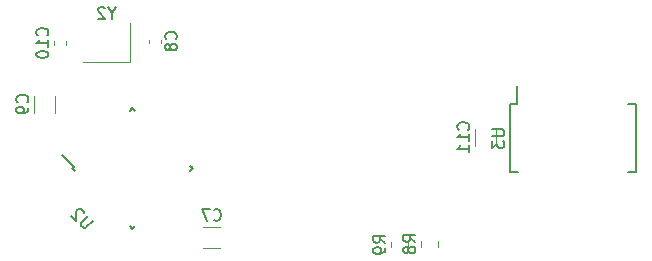
<source format=gbr>
%TF.GenerationSoftware,KiCad,Pcbnew,(5.1.7)-1*%
%TF.CreationDate,2020-11-23T17:16:41+01:00*%
%TF.ProjectId,control,636f6e74-726f-46c2-9e6b-696361645f70,rev?*%
%TF.SameCoordinates,Original*%
%TF.FileFunction,Legend,Bot*%
%TF.FilePolarity,Positive*%
%FSLAX46Y46*%
G04 Gerber Fmt 4.6, Leading zero omitted, Abs format (unit mm)*
G04 Created by KiCad (PCBNEW (5.1.7)-1) date 2020-11-23 17:16:41*
%MOMM*%
%LPD*%
G01*
G04 APERTURE LIST*
%ADD10C,0.150000*%
%ADD11C,0.120000*%
G04 APERTURE END LIST*
D10*
%TO.C,U3*%
X157251200Y-82519800D02*
X157251200Y-80919800D01*
X167326200Y-82519800D02*
X167326200Y-88269800D01*
X156676200Y-82519800D02*
X156676200Y-88269800D01*
X167326200Y-82519800D02*
X166676200Y-82519800D01*
X167326200Y-88269800D02*
X166676200Y-88269800D01*
X156676200Y-88269800D02*
X157326200Y-88269800D01*
X156676200Y-82519800D02*
X157251200Y-82519800D01*
%TO.C,U2*%
X119587476Y-87934800D02*
X119746575Y-87775701D01*
X124714000Y-93061324D02*
X124943810Y-92831514D01*
X129840524Y-87934800D02*
X129610714Y-88164610D01*
X124714000Y-82808276D02*
X124484190Y-83038086D01*
X119587476Y-87934800D02*
X119817286Y-88164610D01*
X124714000Y-82808276D02*
X124943810Y-83038086D01*
X129840524Y-87934800D02*
X129610714Y-87704990D01*
X124714000Y-93061324D02*
X124484190Y-92831514D01*
X119746575Y-87775701D02*
X118738948Y-86768074D01*
D11*
%TO.C,C7*%
X132130852Y-92866800D02*
X130708348Y-92866800D01*
X132130852Y-94686800D02*
X130708348Y-94686800D01*
%TO.C,C9*%
X118207200Y-81787948D02*
X118207200Y-83210452D01*
X116387200Y-81787948D02*
X116387200Y-83210452D01*
%TO.C,C11*%
X155545200Y-84581948D02*
X155545200Y-86004452D01*
X153725200Y-84581948D02*
X153725200Y-86004452D01*
%TO.C,Y2*%
X124529600Y-75616800D02*
X124529600Y-78916800D01*
X124529600Y-78916800D02*
X120529600Y-78916800D01*
%TO.C,C8*%
X126083600Y-77305780D02*
X126083600Y-77024620D01*
X127103600Y-77305780D02*
X127103600Y-77024620D01*
%TO.C,C10*%
X118057200Y-77177020D02*
X118057200Y-77458180D01*
X119077200Y-77177020D02*
X119077200Y-77458180D01*
%TO.C,R8*%
X149125000Y-94108536D02*
X149125000Y-94562664D01*
X150595000Y-94108536D02*
X150595000Y-94562664D01*
%TO.C,R9*%
X148055000Y-94159336D02*
X148055000Y-94613464D01*
X146585000Y-94159336D02*
X146585000Y-94613464D01*
%TO.C,U3*%
D10*
X155203580Y-84632895D02*
X156013104Y-84632895D01*
X156108342Y-84680514D01*
X156155961Y-84728133D01*
X156203580Y-84823371D01*
X156203580Y-85013847D01*
X156155961Y-85109085D01*
X156108342Y-85156704D01*
X156013104Y-85204323D01*
X155203580Y-85204323D01*
X155203580Y-85585276D02*
X155203580Y-86204323D01*
X155584533Y-85870990D01*
X155584533Y-86013847D01*
X155632152Y-86109085D01*
X155679771Y-86156704D01*
X155775009Y-86204323D01*
X156013104Y-86204323D01*
X156108342Y-86156704D01*
X156155961Y-86109085D01*
X156203580Y-86013847D01*
X156203580Y-85728133D01*
X156155961Y-85632895D01*
X156108342Y-85585276D01*
%TO.C,U2*%
X121361977Y-92364318D02*
X120789557Y-92936738D01*
X120688542Y-92970410D01*
X120621198Y-92970410D01*
X120520183Y-92936738D01*
X120385496Y-92802051D01*
X120351824Y-92701036D01*
X120351824Y-92633692D01*
X120385496Y-92532677D01*
X120957916Y-91960257D01*
X120587526Y-91724555D02*
X120587526Y-91657212D01*
X120553855Y-91556196D01*
X120385496Y-91387838D01*
X120284481Y-91354166D01*
X120217137Y-91354166D01*
X120116122Y-91387838D01*
X120048778Y-91455181D01*
X119981435Y-91589868D01*
X119981435Y-92397990D01*
X119543702Y-91960257D01*
%TO.C,C7*%
X131586266Y-92283942D02*
X131633885Y-92331561D01*
X131776742Y-92379180D01*
X131871980Y-92379180D01*
X132014838Y-92331561D01*
X132110076Y-92236323D01*
X132157695Y-92141085D01*
X132205314Y-91950609D01*
X132205314Y-91807752D01*
X132157695Y-91617276D01*
X132110076Y-91522038D01*
X132014838Y-91426800D01*
X131871980Y-91379180D01*
X131776742Y-91379180D01*
X131633885Y-91426800D01*
X131586266Y-91474419D01*
X131252933Y-91379180D02*
X130586266Y-91379180D01*
X131014838Y-92379180D01*
%TO.C,C9*%
X115804342Y-82332533D02*
X115851961Y-82284914D01*
X115899580Y-82142057D01*
X115899580Y-82046819D01*
X115851961Y-81903961D01*
X115756723Y-81808723D01*
X115661485Y-81761104D01*
X115471009Y-81713485D01*
X115328152Y-81713485D01*
X115137676Y-81761104D01*
X115042438Y-81808723D01*
X114947200Y-81903961D01*
X114899580Y-82046819D01*
X114899580Y-82142057D01*
X114947200Y-82284914D01*
X114994819Y-82332533D01*
X115899580Y-82808723D02*
X115899580Y-82999200D01*
X115851961Y-83094438D01*
X115804342Y-83142057D01*
X115661485Y-83237295D01*
X115471009Y-83284914D01*
X115090057Y-83284914D01*
X114994819Y-83237295D01*
X114947200Y-83189676D01*
X114899580Y-83094438D01*
X114899580Y-82903961D01*
X114947200Y-82808723D01*
X114994819Y-82761104D01*
X115090057Y-82713485D01*
X115328152Y-82713485D01*
X115423390Y-82761104D01*
X115471009Y-82808723D01*
X115518628Y-82903961D01*
X115518628Y-83094438D01*
X115471009Y-83189676D01*
X115423390Y-83237295D01*
X115328152Y-83284914D01*
%TO.C,C11*%
X153142342Y-84650342D02*
X153189961Y-84602723D01*
X153237580Y-84459866D01*
X153237580Y-84364628D01*
X153189961Y-84221771D01*
X153094723Y-84126533D01*
X152999485Y-84078914D01*
X152809009Y-84031295D01*
X152666152Y-84031295D01*
X152475676Y-84078914D01*
X152380438Y-84126533D01*
X152285200Y-84221771D01*
X152237580Y-84364628D01*
X152237580Y-84459866D01*
X152285200Y-84602723D01*
X152332819Y-84650342D01*
X153237580Y-85602723D02*
X153237580Y-85031295D01*
X153237580Y-85317009D02*
X152237580Y-85317009D01*
X152380438Y-85221771D01*
X152475676Y-85126533D01*
X152523295Y-85031295D01*
X153237580Y-86555104D02*
X153237580Y-85983676D01*
X153237580Y-86269390D02*
X152237580Y-86269390D01*
X152380438Y-86174152D01*
X152475676Y-86078914D01*
X152523295Y-85983676D01*
%TO.C,Y2*%
X123005790Y-74792990D02*
X123005790Y-75269180D01*
X123339123Y-74269180D02*
X123005790Y-74792990D01*
X122672457Y-74269180D01*
X122386742Y-74364419D02*
X122339123Y-74316800D01*
X122243885Y-74269180D01*
X122005790Y-74269180D01*
X121910552Y-74316800D01*
X121862933Y-74364419D01*
X121815314Y-74459657D01*
X121815314Y-74554895D01*
X121862933Y-74697752D01*
X122434361Y-75269180D01*
X121815314Y-75269180D01*
%TO.C,C8*%
X128380742Y-76998533D02*
X128428361Y-76950914D01*
X128475980Y-76808057D01*
X128475980Y-76712819D01*
X128428361Y-76569961D01*
X128333123Y-76474723D01*
X128237885Y-76427104D01*
X128047409Y-76379485D01*
X127904552Y-76379485D01*
X127714076Y-76427104D01*
X127618838Y-76474723D01*
X127523600Y-76569961D01*
X127475980Y-76712819D01*
X127475980Y-76808057D01*
X127523600Y-76950914D01*
X127571219Y-76998533D01*
X127904552Y-77569961D02*
X127856933Y-77474723D01*
X127809314Y-77427104D01*
X127714076Y-77379485D01*
X127666457Y-77379485D01*
X127571219Y-77427104D01*
X127523600Y-77474723D01*
X127475980Y-77569961D01*
X127475980Y-77760438D01*
X127523600Y-77855676D01*
X127571219Y-77903295D01*
X127666457Y-77950914D01*
X127714076Y-77950914D01*
X127809314Y-77903295D01*
X127856933Y-77855676D01*
X127904552Y-77760438D01*
X127904552Y-77569961D01*
X127952171Y-77474723D01*
X127999790Y-77427104D01*
X128095028Y-77379485D01*
X128285504Y-77379485D01*
X128380742Y-77427104D01*
X128428361Y-77474723D01*
X128475980Y-77569961D01*
X128475980Y-77760438D01*
X128428361Y-77855676D01*
X128380742Y-77903295D01*
X128285504Y-77950914D01*
X128095028Y-77950914D01*
X127999790Y-77903295D01*
X127952171Y-77855676D01*
X127904552Y-77760438D01*
%TO.C,C10*%
X117494342Y-76674742D02*
X117541961Y-76627123D01*
X117589580Y-76484266D01*
X117589580Y-76389028D01*
X117541961Y-76246171D01*
X117446723Y-76150933D01*
X117351485Y-76103314D01*
X117161009Y-76055695D01*
X117018152Y-76055695D01*
X116827676Y-76103314D01*
X116732438Y-76150933D01*
X116637200Y-76246171D01*
X116589580Y-76389028D01*
X116589580Y-76484266D01*
X116637200Y-76627123D01*
X116684819Y-76674742D01*
X117589580Y-77627123D02*
X117589580Y-77055695D01*
X117589580Y-77341409D02*
X116589580Y-77341409D01*
X116732438Y-77246171D01*
X116827676Y-77150933D01*
X116875295Y-77055695D01*
X116589580Y-78246171D02*
X116589580Y-78341409D01*
X116637200Y-78436647D01*
X116684819Y-78484266D01*
X116780057Y-78531885D01*
X116970533Y-78579504D01*
X117208628Y-78579504D01*
X117399104Y-78531885D01*
X117494342Y-78484266D01*
X117541961Y-78436647D01*
X117589580Y-78341409D01*
X117589580Y-78246171D01*
X117541961Y-78150933D01*
X117494342Y-78103314D01*
X117399104Y-78055695D01*
X117208628Y-78008076D01*
X116970533Y-78008076D01*
X116780057Y-78055695D01*
X116684819Y-78103314D01*
X116637200Y-78150933D01*
X116589580Y-78246171D01*
%TO.C,R8*%
X148662380Y-94168933D02*
X148186190Y-93835600D01*
X148662380Y-93597504D02*
X147662380Y-93597504D01*
X147662380Y-93978457D01*
X147710000Y-94073695D01*
X147757619Y-94121314D01*
X147852857Y-94168933D01*
X147995714Y-94168933D01*
X148090952Y-94121314D01*
X148138571Y-94073695D01*
X148186190Y-93978457D01*
X148186190Y-93597504D01*
X148090952Y-94740361D02*
X148043333Y-94645123D01*
X147995714Y-94597504D01*
X147900476Y-94549885D01*
X147852857Y-94549885D01*
X147757619Y-94597504D01*
X147710000Y-94645123D01*
X147662380Y-94740361D01*
X147662380Y-94930838D01*
X147710000Y-95026076D01*
X147757619Y-95073695D01*
X147852857Y-95121314D01*
X147900476Y-95121314D01*
X147995714Y-95073695D01*
X148043333Y-95026076D01*
X148090952Y-94930838D01*
X148090952Y-94740361D01*
X148138571Y-94645123D01*
X148186190Y-94597504D01*
X148281428Y-94549885D01*
X148471904Y-94549885D01*
X148567142Y-94597504D01*
X148614761Y-94645123D01*
X148662380Y-94740361D01*
X148662380Y-94930838D01*
X148614761Y-95026076D01*
X148567142Y-95073695D01*
X148471904Y-95121314D01*
X148281428Y-95121314D01*
X148186190Y-95073695D01*
X148138571Y-95026076D01*
X148090952Y-94930838D01*
%TO.C,R9*%
X146122380Y-94219733D02*
X145646190Y-93886400D01*
X146122380Y-93648304D02*
X145122380Y-93648304D01*
X145122380Y-94029257D01*
X145170000Y-94124495D01*
X145217619Y-94172114D01*
X145312857Y-94219733D01*
X145455714Y-94219733D01*
X145550952Y-94172114D01*
X145598571Y-94124495D01*
X145646190Y-94029257D01*
X145646190Y-93648304D01*
X146122380Y-94695923D02*
X146122380Y-94886400D01*
X146074761Y-94981638D01*
X146027142Y-95029257D01*
X145884285Y-95124495D01*
X145693809Y-95172114D01*
X145312857Y-95172114D01*
X145217619Y-95124495D01*
X145170000Y-95076876D01*
X145122380Y-94981638D01*
X145122380Y-94791161D01*
X145170000Y-94695923D01*
X145217619Y-94648304D01*
X145312857Y-94600685D01*
X145550952Y-94600685D01*
X145646190Y-94648304D01*
X145693809Y-94695923D01*
X145741428Y-94791161D01*
X145741428Y-94981638D01*
X145693809Y-95076876D01*
X145646190Y-95124495D01*
X145550952Y-95172114D01*
%TD*%
M02*

</source>
